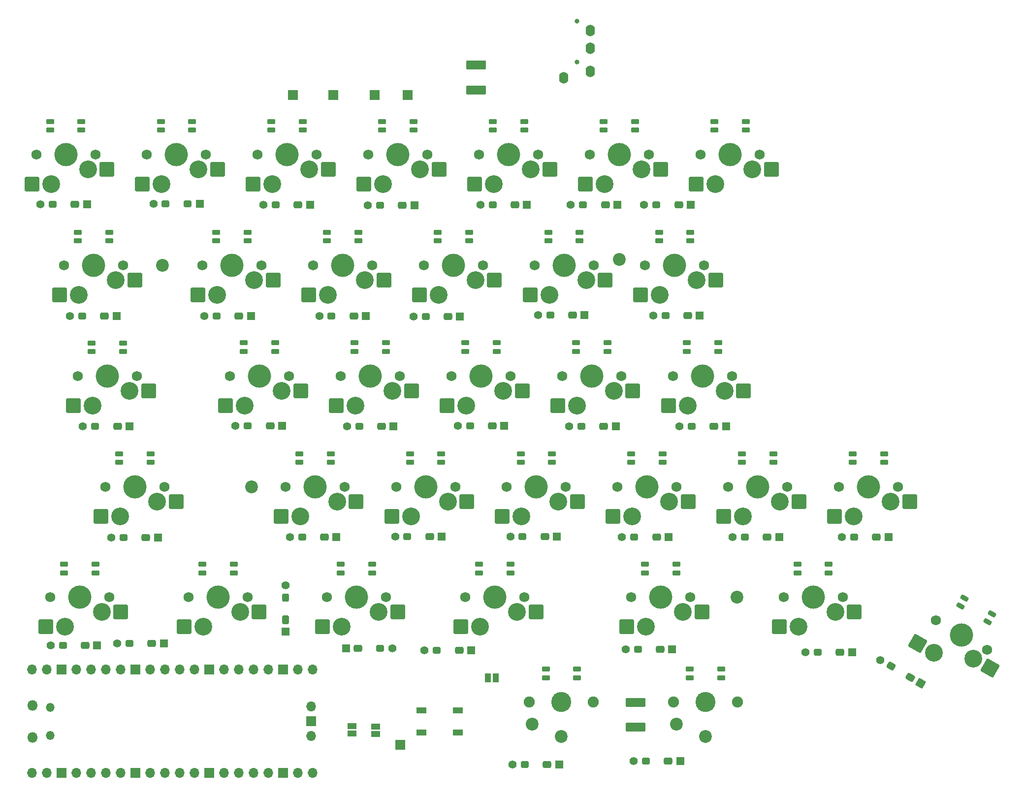
<source format=gbr>
%TF.GenerationSoftware,KiCad,Pcbnew,8.0.7*%
%TF.CreationDate,2025-06-02T16:21:18+02:00*%
%TF.ProjectId,pcb_keyboard_sx,7063625f-6b65-4796-926f-6172645f7378,rev?*%
%TF.SameCoordinates,Original*%
%TF.FileFunction,Soldermask,Bot*%
%TF.FilePolarity,Negative*%
%FSLAX46Y46*%
G04 Gerber Fmt 4.6, Leading zero omitted, Abs format (unit mm)*
G04 Created by KiCad (PCBNEW 8.0.7) date 2025-06-02 16:21:18*
%MOMM*%
%LPD*%
G01*
G04 APERTURE LIST*
G04 Aperture macros list*
%AMRoundRect*
0 Rectangle with rounded corners*
0 $1 Rounding radius*
0 $2 $3 $4 $5 $6 $7 $8 $9 X,Y pos of 4 corners*
0 Add a 4 corners polygon primitive as box body*
4,1,4,$2,$3,$4,$5,$6,$7,$8,$9,$2,$3,0*
0 Add four circle primitives for the rounded corners*
1,1,$1+$1,$2,$3*
1,1,$1+$1,$4,$5*
1,1,$1+$1,$6,$7*
1,1,$1+$1,$8,$9*
0 Add four rect primitives between the rounded corners*
20,1,$1+$1,$2,$3,$4,$5,0*
20,1,$1+$1,$4,$5,$6,$7,0*
20,1,$1+$1,$6,$7,$8,$9,0*
20,1,$1+$1,$8,$9,$2,$3,0*%
%AMRotRect*
0 Rectangle, with rotation*
0 The origin of the aperture is its center*
0 $1 length*
0 $2 width*
0 $3 Rotation angle, in degrees counterclockwise*
0 Add horizontal line*
21,1,$1,$2,0,0,$3*%
G04 Aperture macros list end*
%ADD10R,1.700000X1.700000*%
%ADD11C,1.750000*%
%ADD12C,3.050000*%
%ADD13C,4.000000*%
%ADD14RoundRect,0.250000X1.025000X1.000000X-1.025000X1.000000X-1.025000X-1.000000X1.025000X-1.000000X0*%
%ADD15O,1.800000X1.800000*%
%ADD16O,1.500000X1.500000*%
%ADD17O,1.700000X1.700000*%
%ADD18C,0.800000*%
%ADD19O,1.600000X2.000000*%
%ADD20C,1.900000*%
%ADD21C,3.450000*%
%ADD22C,2.200000*%
%ADD23R,1.400000X1.400000*%
%ADD24RoundRect,0.300000X0.400000X0.300000X-0.400000X0.300000X-0.400000X-0.300000X0.400000X-0.300000X0*%
%ADD25C,1.400000*%
%ADD26RoundRect,0.250000X1.387676X0.353525X-0.387676X1.378525X-1.387676X-0.353525X0.387676X-1.378525X0*%
%ADD27RoundRect,0.300000X0.450000X0.300000X-0.450000X0.300000X-0.450000X-0.300000X0.450000X-0.300000X0*%
%ADD28RoundRect,0.205000X0.495000X0.205000X-0.495000X0.205000X-0.495000X-0.205000X0.495000X-0.205000X0*%
%ADD29R,1.500000X1.000000*%
%ADD30RoundRect,0.205000X0.531183X-0.069965X-0.326183X0.425035X-0.531183X0.069965X0.326183X-0.425035X0*%
%ADD31R,1.000000X1.500000*%
%ADD32RoundRect,0.205000X-0.495000X-0.205000X0.495000X-0.205000X0.495000X0.205000X-0.495000X0.205000X0*%
%ADD33RotRect,1.400000X1.400000X150.000000*%
%ADD34RoundRect,0.300000X0.539711X0.034808X-0.239711X0.484808X-0.539711X-0.034808X0.239711X-0.484808X0*%
%ADD35RoundRect,0.300000X0.496410X0.059808X-0.196410X0.459808X-0.496410X-0.059808X0.196410X-0.459808X0*%
%ADD36RoundRect,0.250000X-1.450000X0.537500X-1.450000X-0.537500X1.450000X-0.537500X1.450000X0.537500X0*%
%ADD37RoundRect,0.300000X-0.450000X-0.300000X0.450000X-0.300000X0.450000X0.300000X-0.450000X0.300000X0*%
%ADD38RoundRect,0.300000X-0.400000X-0.300000X0.400000X-0.300000X0.400000X0.300000X-0.400000X0.300000X0*%
%ADD39RoundRect,0.300000X0.300000X-0.450000X0.300000X0.450000X-0.300000X0.450000X-0.300000X-0.450000X0*%
%ADD40RoundRect,0.300000X0.300000X-0.400000X0.300000X0.400000X-0.300000X0.400000X-0.300000X-0.400000X0*%
%ADD41RoundRect,0.250000X1.450000X-0.537500X1.450000X0.537500X-1.450000X0.537500X-1.450000X-0.537500X0*%
%ADD42R,1.700000X1.000000*%
G04 APERTURE END LIST*
D10*
%TO.C,TP2*%
X69744000Y-36747000D03*
%TD*%
D11*
%TO.C,S34*%
X173829000Y-104157000D03*
D12*
X172559000Y-106697000D03*
D13*
X168749000Y-104157000D03*
D12*
X166209000Y-109237000D03*
D11*
X163669000Y-104157000D03*
D14*
X175834000Y-106697000D03*
X162907000Y-109237000D03*
%TD*%
D10*
%TO.C,TP4*%
X89495000Y-36788000D03*
%TD*%
D11*
%TO.C,S17*%
X102429000Y-66067000D03*
D12*
X101159000Y-68607000D03*
D13*
X97349000Y-66067000D03*
D12*
X94809000Y-71147000D03*
D11*
X92269000Y-66067000D03*
D14*
X104434000Y-68607000D03*
X91507000Y-71147000D03*
%TD*%
D11*
%TO.C,S8*%
X64349000Y-66067000D03*
D12*
X63079000Y-68607000D03*
D13*
X59269000Y-66067000D03*
D12*
X56729000Y-71147000D03*
D11*
X54189000Y-66067000D03*
D14*
X66354000Y-68607000D03*
X53427000Y-71147000D03*
%TD*%
D11*
%TO.C,S3*%
X42927750Y-85107000D03*
D12*
X41657750Y-87647000D03*
D13*
X37847750Y-85107000D03*
D12*
X35307750Y-90187000D03*
D11*
X32767750Y-85107000D03*
D14*
X44932750Y-87647000D03*
X32005750Y-90187000D03*
%TD*%
D11*
%TO.C,S11*%
X78629000Y-104157000D03*
D12*
X77359000Y-106697000D03*
D13*
X73549000Y-104157000D03*
D12*
X71009000Y-109237000D03*
D11*
X68469000Y-104157000D03*
D14*
X80634000Y-106697000D03*
X67707000Y-109237000D03*
%TD*%
D11*
%TO.C,S4*%
X38165250Y-123187000D03*
D12*
X36895250Y-125727000D03*
D13*
X33085250Y-123187000D03*
D12*
X30545250Y-128267000D03*
D11*
X28005250Y-123187000D03*
D14*
X40170250Y-125727000D03*
X27243250Y-128267000D03*
%TD*%
D11*
%TO.C,S13*%
X85765250Y-123187000D03*
D12*
X84495250Y-125727000D03*
D13*
X80685250Y-123187000D03*
D12*
X78145250Y-128267000D03*
D11*
X75605250Y-123187000D03*
D14*
X87770250Y-125727000D03*
X74843250Y-128267000D03*
%TD*%
D11*
%TO.C,S16*%
X97669000Y-104157000D03*
D12*
X96399000Y-106697000D03*
D13*
X92589000Y-104157000D03*
D12*
X90049000Y-109237000D03*
D11*
X87509000Y-104157000D03*
D14*
X99674000Y-106697000D03*
X86747000Y-109237000D03*
%TD*%
D15*
%TO.C,U1*%
X25004000Y-147242000D03*
D16*
X28034000Y-146942000D03*
X28034000Y-142092000D03*
D15*
X25004000Y-141792000D03*
D17*
X24874000Y-153407000D03*
X27414000Y-153407000D03*
D10*
X29954000Y-153407000D03*
D17*
X32494000Y-153407000D03*
X35034000Y-153407000D03*
X37574000Y-153407000D03*
X40114000Y-153407000D03*
D10*
X42654000Y-153407000D03*
D17*
X45194000Y-153407000D03*
X47734000Y-153407000D03*
X50274000Y-153407000D03*
X52814000Y-153407000D03*
D10*
X55354000Y-153407000D03*
D17*
X57894000Y-153407000D03*
X60434000Y-153407000D03*
X62974000Y-153407000D03*
X65514000Y-153407000D03*
D10*
X68054000Y-153407000D03*
D17*
X70594000Y-153407000D03*
X73134000Y-153407000D03*
X73134000Y-135627000D03*
X70594000Y-135627000D03*
D10*
X68054000Y-135627000D03*
D17*
X65514000Y-135627000D03*
X62974000Y-135627000D03*
X60434000Y-135627000D03*
X57894000Y-135627000D03*
D10*
X55354000Y-135627000D03*
D17*
X52814000Y-135627000D03*
X50274000Y-135627000D03*
X47734000Y-135627000D03*
X45194000Y-135627000D03*
D10*
X42654000Y-135627000D03*
D17*
X40114000Y-135627000D03*
X37574000Y-135627000D03*
X35034000Y-135627000D03*
X32494000Y-135627000D03*
D10*
X29954000Y-135627000D03*
D17*
X27414000Y-135627000D03*
X24874000Y-135627000D03*
X72904000Y-147057000D03*
D10*
X72904000Y-144517000D03*
D17*
X72904000Y-141977000D03*
%TD*%
D11*
%TO.C,S21*%
X109565250Y-123187000D03*
D12*
X108295250Y-125727000D03*
D13*
X104485250Y-123187000D03*
D12*
X101945250Y-128267000D03*
D11*
X99405250Y-123187000D03*
D14*
X111570250Y-125727000D03*
X98643250Y-128267000D03*
%TD*%
D11*
%TO.C,S22*%
X116709000Y-104157000D03*
D12*
X115439000Y-106697000D03*
D13*
X111629000Y-104157000D03*
D12*
X109089000Y-109237000D03*
D11*
X106549000Y-104157000D03*
D14*
X118714000Y-106697000D03*
X105787000Y-109237000D03*
%TD*%
D11*
%TO.C,S7*%
X61965250Y-123187000D03*
D12*
X60695250Y-125727000D03*
D13*
X56885250Y-123187000D03*
D12*
X54345250Y-128267000D03*
D11*
X51805250Y-123187000D03*
D14*
X63970250Y-125727000D03*
X51043250Y-128267000D03*
%TD*%
D11*
%TO.C,S5*%
X47690250Y-104157000D03*
D12*
X46420250Y-106697000D03*
D13*
X42610250Y-104157000D03*
D12*
X40070250Y-109237000D03*
D11*
X37530250Y-104157000D03*
D14*
X49695250Y-106697000D03*
X36768250Y-109237000D03*
%TD*%
D11*
%TO.C,S27*%
X135749000Y-104157000D03*
D12*
X134479000Y-106697000D03*
D13*
X130669000Y-104157000D03*
D12*
X128129000Y-109237000D03*
D11*
X125589000Y-104157000D03*
D14*
X137754000Y-106697000D03*
X124827000Y-109237000D03*
%TD*%
D11*
%TO.C,S28*%
X140509000Y-66067000D03*
D12*
X139239000Y-68607000D03*
D13*
X135429000Y-66067000D03*
D12*
X132889000Y-71147000D03*
D11*
X130349000Y-66067000D03*
D14*
X142514000Y-68607000D03*
X129587000Y-71147000D03*
%TD*%
D18*
%TO.C,U2*%
X118599000Y-24102000D03*
X118599000Y-31102000D03*
D19*
X116299000Y-33802000D03*
X120899000Y-32702000D03*
X120899000Y-28702000D03*
X120899000Y-25702000D03*
%TD*%
D20*
%TO.C,S29*%
X146199000Y-141202000D03*
D21*
X140699000Y-141202000D03*
D20*
X135199000Y-141202000D03*
D22*
X140699000Y-147102000D03*
X135699000Y-145002000D03*
%TD*%
D20*
%TO.C,S20*%
X121449000Y-141202000D03*
D21*
X115949000Y-141202000D03*
D20*
X110449000Y-141202000D03*
D22*
X115949000Y-147102000D03*
X110949000Y-145002000D03*
%TD*%
%TO.C,H3*%
X62621000Y-104157000D03*
%TD*%
D11*
%TO.C,S23*%
X121469000Y-66067000D03*
D12*
X120199000Y-68607000D03*
D13*
X116389000Y-66067000D03*
D12*
X113849000Y-71147000D03*
D11*
X111309000Y-66067000D03*
D14*
X123474000Y-68607000D03*
X110547000Y-71147000D03*
%TD*%
D11*
%TO.C,S32*%
X154789000Y-104157000D03*
D12*
X153519000Y-106697000D03*
D13*
X149709000Y-104157000D03*
D12*
X147169000Y-109237000D03*
D11*
X144629000Y-104157000D03*
D14*
X156794000Y-106697000D03*
X143867000Y-109237000D03*
%TD*%
D11*
%TO.C,S9*%
X69104000Y-85107000D03*
D12*
X67834000Y-87647000D03*
D13*
X64024000Y-85107000D03*
D12*
X61484000Y-90187000D03*
D11*
X58944000Y-85107000D03*
D14*
X71109000Y-87647000D03*
X58182000Y-90187000D03*
%TD*%
D11*
%TO.C,S2*%
X40546500Y-66057000D03*
D12*
X39276500Y-68597000D03*
D13*
X35466500Y-66057000D03*
D12*
X32926500Y-71137000D03*
D11*
X30386500Y-66057000D03*
D14*
X42551500Y-68597000D03*
X29624500Y-71137000D03*
%TD*%
D22*
%TO.C,H2*%
X125914000Y-65067000D03*
%TD*%
%TO.C,H1*%
X47367500Y-66057000D03*
%TD*%
D23*
%TO.C,D6*%
X53774000Y-55537000D03*
D24*
X51674000Y-55537000D03*
X47874000Y-55537000D03*
D25*
X45774000Y-55537000D03*
%TD*%
D11*
%TO.C,S19*%
X111944000Y-47017000D03*
D12*
X110674000Y-49557000D03*
D13*
X106864000Y-47017000D03*
D12*
X104324000Y-52097000D03*
D11*
X101784000Y-47017000D03*
D14*
X113949000Y-49557000D03*
X101022000Y-52097000D03*
%TD*%
D11*
%TO.C,S18*%
X107184000Y-85107000D03*
D12*
X105914000Y-87647000D03*
D13*
X102104000Y-85107000D03*
D12*
X99564000Y-90187000D03*
D11*
X97024000Y-85107000D03*
D14*
X109189000Y-87647000D03*
X96262000Y-90187000D03*
%TD*%
D11*
%TO.C,S12*%
X83389000Y-66067000D03*
D12*
X82119000Y-68607000D03*
D13*
X78309000Y-66067000D03*
D12*
X75769000Y-71147000D03*
D11*
X73229000Y-66067000D03*
D14*
X85394000Y-68607000D03*
X72467000Y-71147000D03*
%TD*%
D11*
%TO.C,S10*%
X73864000Y-47017000D03*
D12*
X72594000Y-49557000D03*
D13*
X68784000Y-47017000D03*
D12*
X66244000Y-52097000D03*
D11*
X63704000Y-47017000D03*
D14*
X75869000Y-49557000D03*
X62942000Y-52097000D03*
%TD*%
D11*
%TO.C,S15*%
X92904000Y-47017000D03*
D12*
X91634000Y-49557000D03*
D13*
X87824000Y-47017000D03*
D12*
X85284000Y-52097000D03*
D11*
X82744000Y-47017000D03*
D14*
X94909000Y-49557000D03*
X81982000Y-52097000D03*
%TD*%
D11*
%TO.C,S26*%
X138127750Y-123187000D03*
D12*
X136857750Y-125727000D03*
D13*
X133047750Y-123187000D03*
D12*
X130507750Y-128267000D03*
D11*
X127967750Y-123187000D03*
D14*
X140132750Y-125727000D03*
X127205750Y-128267000D03*
%TD*%
D11*
%TO.C,S25*%
X130984000Y-47017000D03*
D12*
X129714000Y-49557000D03*
D13*
X125904000Y-47017000D03*
D12*
X123364000Y-52097000D03*
D11*
X120824000Y-47017000D03*
D14*
X132989000Y-49557000D03*
X120062000Y-52097000D03*
%TD*%
D11*
%TO.C,S30*%
X145264000Y-85107000D03*
D12*
X143994000Y-87647000D03*
D13*
X140184000Y-85107000D03*
D12*
X137644000Y-90187000D03*
D11*
X135104000Y-85107000D03*
D14*
X147269000Y-87647000D03*
X134342000Y-90187000D03*
%TD*%
D11*
%TO.C,S1*%
X35784000Y-47017000D03*
D12*
X34514000Y-49557000D03*
D13*
X30704000Y-47017000D03*
D12*
X28164000Y-52097000D03*
D11*
X25624000Y-47017000D03*
D14*
X37789000Y-49557000D03*
X24862000Y-52097000D03*
%TD*%
D11*
%TO.C,S33*%
X164304000Y-123187000D03*
D12*
X163034000Y-125727000D03*
D13*
X159224000Y-123187000D03*
D12*
X156684000Y-128267000D03*
D11*
X154144000Y-123187000D03*
D14*
X166309000Y-125727000D03*
X153382000Y-128267000D03*
%TD*%
D11*
%TO.C,S14*%
X88144000Y-85107000D03*
D12*
X86874000Y-87647000D03*
D13*
X83064000Y-85107000D03*
D12*
X80524000Y-90187000D03*
D11*
X77984000Y-85107000D03*
D14*
X90149000Y-87647000D03*
X77222000Y-90187000D03*
%TD*%
D10*
%TO.C,TP1*%
X76674000Y-36767000D03*
%TD*%
%TO.C,TP3*%
X83845000Y-36788000D03*
%TD*%
D11*
%TO.C,S6*%
X54824000Y-47017000D03*
D12*
X53554000Y-49557000D03*
D13*
X49744000Y-47017000D03*
D12*
X47204000Y-52097000D03*
D11*
X44664000Y-47017000D03*
D14*
X56829000Y-49557000D03*
X43902000Y-52097000D03*
%TD*%
D11*
%TO.C,S24*%
X126224000Y-85107000D03*
D12*
X124954000Y-87647000D03*
D13*
X121144000Y-85107000D03*
D12*
X118604000Y-90187000D03*
D11*
X116064000Y-85107000D03*
D14*
X128229000Y-87647000D03*
X115302000Y-90187000D03*
%TD*%
D22*
%TO.C,H4*%
X146135750Y-123187000D03*
%TD*%
D11*
%TO.C,S35*%
X189185409Y-132165000D03*
D12*
X186815557Y-133729705D03*
D13*
X184786000Y-129625000D03*
D12*
X180046295Y-132754409D03*
D11*
X180386591Y-127085000D03*
D26*
X189651790Y-135367205D03*
X177186680Y-131103409D03*
%TD*%
D11*
%TO.C,S31*%
X150024000Y-47017000D03*
D12*
X148754000Y-49557000D03*
D13*
X144944000Y-47017000D03*
D12*
X142404000Y-52097000D03*
D11*
X139864000Y-47017000D03*
D14*
X152029000Y-49557000D03*
X139102000Y-52097000D03*
%TD*%
D23*
%TO.C,D36*%
X36111500Y-131418250D03*
D27*
X34061500Y-131418250D03*
D24*
X30211500Y-131418250D03*
D25*
X28111500Y-131418250D03*
%TD*%
D28*
%TO.C,LED9*%
X61324000Y-79408000D03*
X61324000Y-80908000D03*
X66724000Y-80908000D03*
X66724000Y-79408000D03*
%TD*%
D23*
%TO.C,D12*%
X82314000Y-74787000D03*
D27*
X80264000Y-74787000D03*
D24*
X76414000Y-74787000D03*
D25*
X74314000Y-74787000D03*
%TD*%
D23*
%TO.C,D33*%
X165914000Y-132657000D03*
D27*
X163864000Y-132657000D03*
D24*
X160014000Y-132657000D03*
D25*
X157914000Y-132657000D03*
%TD*%
D29*
%TO.C,JP2*%
X83964000Y-146697000D03*
X83964000Y-145397000D03*
%TD*%
D23*
%TO.C,D16*%
X95344000Y-112767000D03*
D27*
X93294000Y-112767000D03*
D24*
X89444000Y-112767000D03*
D25*
X87344000Y-112767000D03*
%TD*%
D28*
%TO.C,LED21*%
X101785250Y-117498000D03*
X101785250Y-118998000D03*
X107185250Y-118998000D03*
X107185250Y-117498000D03*
%TD*%
D30*
%TO.C,LED35*%
X185292231Y-123348182D03*
X184542231Y-124647220D03*
X189218769Y-127347220D03*
X189968769Y-126048182D03*
%TD*%
D31*
%TO.C,JP3*%
X103324000Y-137037000D03*
X104624000Y-137037000D03*
%TD*%
D32*
%TO.C,LED8*%
X61964000Y-61868000D03*
X61964000Y-60368000D03*
X56564000Y-60368000D03*
X56564000Y-61868000D03*
%TD*%
D23*
%TO.C,D15*%
X90651500Y-55768250D03*
D27*
X88601500Y-55768250D03*
D24*
X84751500Y-55768250D03*
D25*
X82651500Y-55768250D03*
%TD*%
D23*
%TO.C,D28*%
X139734000Y-74697000D03*
D27*
X137684000Y-74697000D03*
D24*
X133834000Y-74697000D03*
D25*
X131734000Y-74697000D03*
%TD*%
D23*
%TO.C,D9*%
X67904000Y-93697000D03*
D27*
X65854000Y-93697000D03*
D24*
X62004000Y-93697000D03*
D25*
X59904000Y-93697000D03*
%TD*%
D23*
%TO.C,D30*%
X144251500Y-93728250D03*
D27*
X142201500Y-93728250D03*
D24*
X138351500Y-93728250D03*
D25*
X136251500Y-93728250D03*
%TD*%
D23*
%TO.C,D3*%
X41644000Y-93727000D03*
D27*
X39594000Y-93727000D03*
D24*
X35744000Y-93727000D03*
D25*
X33644000Y-93727000D03*
%TD*%
D23*
%TO.C,D27*%
X134364000Y-112817000D03*
D27*
X132314000Y-112817000D03*
D24*
X128464000Y-112817000D03*
D25*
X126364000Y-112817000D03*
%TD*%
D28*
%TO.C,LED30*%
X137484000Y-79408000D03*
X137484000Y-80908000D03*
X142884000Y-80908000D03*
X142884000Y-79408000D03*
%TD*%
%TO.C,LED31*%
X142244000Y-41328000D03*
X142244000Y-42828000D03*
X147644000Y-42828000D03*
X147644000Y-41328000D03*
%TD*%
D23*
%TO.C,D11*%
X77244000Y-112847000D03*
D27*
X75194000Y-112847000D03*
D24*
X71344000Y-112847000D03*
D25*
X69244000Y-112847000D03*
%TD*%
D28*
%TO.C,LED3*%
X35147750Y-79418000D03*
X35147750Y-80918000D03*
X40547750Y-80918000D03*
X40547750Y-79418000D03*
%TD*%
%TO.C,LED14*%
X80364000Y-79408000D03*
X80364000Y-80908000D03*
X85764000Y-80908000D03*
X85764000Y-79408000D03*
%TD*%
D23*
%TO.C,D2*%
X39431500Y-74788250D03*
D27*
X37381500Y-74788250D03*
D24*
X33531500Y-74788250D03*
D25*
X31431500Y-74788250D03*
%TD*%
D32*
%TO.C,LED12*%
X81004000Y-61868000D03*
X81004000Y-60368000D03*
X75604000Y-60368000D03*
X75604000Y-61868000D03*
%TD*%
D33*
%TO.C,D35*%
X177733550Y-137957000D03*
D34*
X175958198Y-136932000D03*
D35*
X172624000Y-135007000D03*
D25*
X170805346Y-133957000D03*
%TD*%
D23*
%TO.C,D22*%
X115151500Y-112768250D03*
D27*
X113101500Y-112768250D03*
D24*
X109251500Y-112768250D03*
D25*
X107151500Y-112768250D03*
%TD*%
D36*
%TO.C,begin1*%
X128684000Y-141229500D03*
X128684000Y-145504500D03*
%TD*%
D28*
%TO.C,LED10*%
X66084000Y-41328000D03*
X66084000Y-42828000D03*
X71484000Y-42828000D03*
X71484000Y-41328000D03*
%TD*%
D23*
%TO.C,D18*%
X106114000Y-93677000D03*
D27*
X104064000Y-93677000D03*
D24*
X100214000Y-93677000D03*
D25*
X98114000Y-93677000D03*
%TD*%
D28*
%TO.C,LED7*%
X54185250Y-117498000D03*
X54185250Y-118998000D03*
X59585250Y-118998000D03*
X59585250Y-117498000D03*
%TD*%
D23*
%TO.C,D26*%
X135001500Y-132088250D03*
D27*
X132951500Y-132088250D03*
D24*
X129101500Y-132088250D03*
D25*
X127001500Y-132088250D03*
%TD*%
D32*
%TO.C,LED20*%
X118649000Y-137013000D03*
X118649000Y-135513000D03*
X113249000Y-135513000D03*
X113249000Y-137013000D03*
%TD*%
%TO.C,LED28*%
X138124000Y-61868000D03*
X138124000Y-60368000D03*
X132724000Y-60368000D03*
X132724000Y-61868000D03*
%TD*%
D23*
%TO.C,D14*%
X87064000Y-93767000D03*
D27*
X85014000Y-93767000D03*
D24*
X81164000Y-93767000D03*
D25*
X79064000Y-93767000D03*
%TD*%
D23*
%TO.C,D17*%
X98494000Y-74877000D03*
D27*
X96444000Y-74877000D03*
D24*
X92594000Y-74877000D03*
D25*
X90494000Y-74877000D03*
%TD*%
D23*
%TO.C,D32*%
X153384000Y-112817000D03*
D27*
X151334000Y-112817000D03*
D24*
X147484000Y-112817000D03*
D25*
X145384000Y-112817000D03*
%TD*%
D32*
%TO.C,LED11*%
X76249000Y-99968000D03*
X76249000Y-98468000D03*
X70849000Y-98468000D03*
X70849000Y-99968000D03*
%TD*%
%TO.C,LED2*%
X38164000Y-61868000D03*
X38164000Y-60368000D03*
X32764000Y-60368000D03*
X32764000Y-61868000D03*
%TD*%
D23*
%TO.C,D1*%
X34354000Y-55567000D03*
D27*
X32304000Y-55567000D03*
D24*
X28454000Y-55567000D03*
D25*
X26354000Y-55567000D03*
%TD*%
D28*
%TO.C,LED18*%
X99404000Y-79408000D03*
X99404000Y-80908000D03*
X104804000Y-80908000D03*
X104804000Y-79408000D03*
%TD*%
%TO.C,LED4*%
X30385250Y-117498000D03*
X30385250Y-118998000D03*
X35785250Y-118998000D03*
X35785250Y-117498000D03*
%TD*%
D23*
%TO.C,D8*%
X62544000Y-74787000D03*
D27*
X60494000Y-74787000D03*
D24*
X56644000Y-74787000D03*
D25*
X54544000Y-74787000D03*
%TD*%
D23*
%TO.C,D13*%
X78884000Y-131957000D03*
D37*
X80934000Y-131957000D03*
D38*
X84784000Y-131957000D03*
D25*
X86884000Y-131957000D03*
%TD*%
D28*
%TO.C,LED19*%
X104164000Y-41328000D03*
X104164000Y-42828000D03*
X109564000Y-42828000D03*
X109564000Y-41328000D03*
%TD*%
D23*
%TO.C,D7*%
X68532750Y-129114500D03*
D39*
X68532750Y-127064500D03*
D40*
X68532750Y-123214500D03*
D25*
X68532750Y-121114500D03*
%TD*%
D32*
%TO.C,LED32*%
X152409000Y-99968000D03*
X152409000Y-98468000D03*
X147009000Y-98468000D03*
X147009000Y-99968000D03*
%TD*%
D23*
%TO.C,D24*%
X125284000Y-93797000D03*
D27*
X123234000Y-93797000D03*
D24*
X119384000Y-93797000D03*
D25*
X117284000Y-93797000D03*
%TD*%
D28*
%TO.C,LED13*%
X77985250Y-117498000D03*
X77985250Y-118998000D03*
X83385250Y-118998000D03*
X83385250Y-117498000D03*
%TD*%
D23*
%TO.C,D4*%
X47561500Y-131068250D03*
D27*
X45511500Y-131068250D03*
D24*
X41661500Y-131068250D03*
D25*
X39561500Y-131068250D03*
%TD*%
D23*
%TO.C,D25*%
X125564000Y-55687000D03*
D27*
X123514000Y-55687000D03*
D24*
X119664000Y-55687000D03*
D25*
X117564000Y-55687000D03*
%TD*%
D41*
%TO.C,end1*%
X101244000Y-35924500D03*
X101244000Y-31649500D03*
%TD*%
D42*
%TO.C,SW1*%
X91854000Y-146417000D03*
X98154000Y-146417000D03*
X91854000Y-142617000D03*
X98154000Y-142617000D03*
%TD*%
D23*
%TO.C,D29*%
X136374000Y-151307000D03*
D27*
X134324000Y-151307000D03*
D24*
X130474000Y-151307000D03*
D25*
X128374000Y-151307000D03*
%TD*%
D23*
%TO.C,D23*%
X119934000Y-74597000D03*
D27*
X117884000Y-74597000D03*
D24*
X114034000Y-74597000D03*
D25*
X111934000Y-74597000D03*
%TD*%
D28*
%TO.C,LED25*%
X123204000Y-41328000D03*
X123204000Y-42828000D03*
X128604000Y-42828000D03*
X128604000Y-41328000D03*
%TD*%
D23*
%TO.C,D5*%
X46531699Y-112935035D03*
D27*
X44481699Y-112935035D03*
D24*
X40631699Y-112935035D03*
D25*
X38531699Y-112935035D03*
%TD*%
D23*
%TO.C,D21*%
X100403000Y-132267000D03*
D27*
X98353000Y-132267000D03*
D24*
X94503000Y-132267000D03*
D25*
X92403000Y-132267000D03*
%TD*%
D28*
%TO.C,LED15*%
X85124000Y-41328000D03*
X85124000Y-42828000D03*
X90524000Y-42828000D03*
X90524000Y-41328000D03*
%TD*%
D23*
%TO.C,D20*%
X115541500Y-151918250D03*
D27*
X113491500Y-151918250D03*
D24*
X109641500Y-151918250D03*
D25*
X107541500Y-151918250D03*
%TD*%
D23*
%TO.C,D31*%
X138161500Y-55628250D03*
D27*
X136111500Y-55628250D03*
D24*
X132261500Y-55628250D03*
D25*
X130161500Y-55628250D03*
%TD*%
D32*
%TO.C,LED27*%
X133369000Y-99968000D03*
X133369000Y-98468000D03*
X127969000Y-98468000D03*
X127969000Y-99968000D03*
%TD*%
D23*
%TO.C,D19*%
X110024000Y-55707000D03*
D27*
X107974000Y-55707000D03*
D24*
X104124000Y-55707000D03*
D25*
X102024000Y-55707000D03*
%TD*%
D10*
%TO.C,TP5*%
X88254000Y-148517000D03*
%TD*%
D28*
%TO.C,LED6*%
X47044000Y-41328000D03*
X47044000Y-42828000D03*
X52444000Y-42828000D03*
X52444000Y-41328000D03*
%TD*%
%TO.C,LED26*%
X130345250Y-117498000D03*
X130345250Y-118998000D03*
X135745250Y-118998000D03*
X135745250Y-117498000D03*
%TD*%
D32*
%TO.C,LED5*%
X45310250Y-99968000D03*
X45310250Y-98468000D03*
X39910250Y-98468000D03*
X39910250Y-99968000D03*
%TD*%
D28*
%TO.C,LED33*%
X156524000Y-117498000D03*
X156524000Y-118998000D03*
X161924000Y-118998000D03*
X161924000Y-117498000D03*
%TD*%
D23*
%TO.C,D34*%
X172181500Y-112818250D03*
D27*
X170131500Y-112818250D03*
D24*
X166281500Y-112818250D03*
D25*
X164181500Y-112818250D03*
%TD*%
D32*
%TO.C,LED23*%
X119084000Y-61868000D03*
X119084000Y-60368000D03*
X113684000Y-60368000D03*
X113684000Y-61868000D03*
%TD*%
D28*
%TO.C,LED24*%
X118444000Y-79408000D03*
X118444000Y-80908000D03*
X123844000Y-80908000D03*
X123844000Y-79408000D03*
%TD*%
D32*
%TO.C,LED16*%
X95289000Y-99968000D03*
X95289000Y-98468000D03*
X89889000Y-98468000D03*
X89889000Y-99968000D03*
%TD*%
%TO.C,LED29*%
X143399000Y-137013000D03*
X143399000Y-135513000D03*
X137999000Y-135513000D03*
X137999000Y-137013000D03*
%TD*%
D29*
%TO.C,JP1*%
X79964000Y-146627000D03*
X79964000Y-145327000D03*
%TD*%
D32*
%TO.C,LED34*%
X171449000Y-99968000D03*
X171449000Y-98468000D03*
X166049000Y-98468000D03*
X166049000Y-99968000D03*
%TD*%
D28*
%TO.C,LED1*%
X28004000Y-41328000D03*
X28004000Y-42828000D03*
X33404000Y-42828000D03*
X33404000Y-41328000D03*
%TD*%
D32*
%TO.C,LED22*%
X114329000Y-99968000D03*
X114329000Y-98468000D03*
X108929000Y-98468000D03*
X108929000Y-99968000D03*
%TD*%
%TO.C,LED17*%
X100044000Y-61868000D03*
X100044000Y-60368000D03*
X94644000Y-60368000D03*
X94644000Y-61868000D03*
%TD*%
D23*
%TO.C,D10*%
X72704000Y-55667000D03*
D27*
X70654000Y-55667000D03*
D24*
X66804000Y-55667000D03*
D25*
X64704000Y-55667000D03*
%TD*%
M02*

</source>
